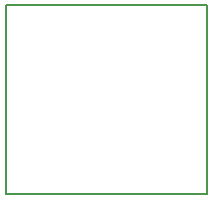
<source format=gko>
G04 DipTrace Beta 2.3.5.2*
%INsubMicroLRSv2_0603.GKO*%
%MOIN*%
%ADD11C,0.0055*%
%FSLAX44Y44*%
G04*
G70*
G90*
G75*
G01*
%LNBoardOutline*%
%LPD*%
X0Y0D2*
D11*
X6693D1*
Y6299D1*
X0D1*
Y0D1*
M02*

</source>
